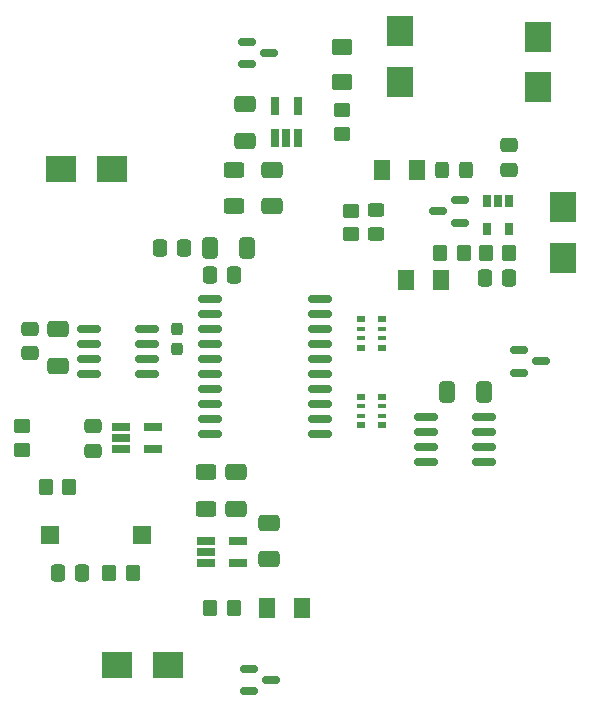
<source format=gtp>
%TF.GenerationSoftware,KiCad,Pcbnew,(6.0.1)*%
%TF.CreationDate,2022-08-06T00:30:52-06:00*%
%TF.ProjectId,main_board,6d61696e-5f62-46f6-9172-642e6b696361,1.4*%
%TF.SameCoordinates,Original*%
%TF.FileFunction,Paste,Top*%
%TF.FilePolarity,Positive*%
%FSLAX46Y46*%
G04 Gerber Fmt 4.6, Leading zero omitted, Abs format (unit mm)*
G04 Created by KiCad (PCBNEW (6.0.1)) date 2022-08-06 00:30:52*
%MOMM*%
%LPD*%
G01*
G04 APERTURE LIST*
G04 Aperture macros list*
%AMRoundRect*
0 Rectangle with rounded corners*
0 $1 Rounding radius*
0 $2 $3 $4 $5 $6 $7 $8 $9 X,Y pos of 4 corners*
0 Add a 4 corners polygon primitive as box body*
4,1,4,$2,$3,$4,$5,$6,$7,$8,$9,$2,$3,0*
0 Add four circle primitives for the rounded corners*
1,1,$1+$1,$2,$3*
1,1,$1+$1,$4,$5*
1,1,$1+$1,$6,$7*
1,1,$1+$1,$8,$9*
0 Add four rect primitives between the rounded corners*
20,1,$1+$1,$2,$3,$4,$5,0*
20,1,$1+$1,$4,$5,$6,$7,0*
20,1,$1+$1,$6,$7,$8,$9,0*
20,1,$1+$1,$8,$9,$2,$3,0*%
G04 Aperture macros list end*
%ADD10RoundRect,0.250001X-0.462499X-0.624999X0.462499X-0.624999X0.462499X0.624999X-0.462499X0.624999X0*%
%ADD11RoundRect,0.250000X-0.350000X-0.450000X0.350000X-0.450000X0.350000X0.450000X-0.350000X0.450000X0*%
%ADD12R,1.560000X0.650000*%
%ADD13R,2.500000X2.300000*%
%ADD14RoundRect,0.250000X0.350000X0.450000X-0.350000X0.450000X-0.350000X-0.450000X0.350000X-0.450000X0*%
%ADD15RoundRect,0.250000X-0.625000X0.400000X-0.625000X-0.400000X0.625000X-0.400000X0.625000X0.400000X0*%
%ADD16RoundRect,0.150000X-0.587500X-0.150000X0.587500X-0.150000X0.587500X0.150000X-0.587500X0.150000X0*%
%ADD17RoundRect,0.150000X-0.825000X-0.150000X0.825000X-0.150000X0.825000X0.150000X-0.825000X0.150000X0*%
%ADD18RoundRect,0.150000X0.587500X0.150000X-0.587500X0.150000X-0.587500X-0.150000X0.587500X-0.150000X0*%
%ADD19RoundRect,0.250001X-0.624999X0.462499X-0.624999X-0.462499X0.624999X-0.462499X0.624999X0.462499X0*%
%ADD20RoundRect,0.250000X0.337500X0.475000X-0.337500X0.475000X-0.337500X-0.475000X0.337500X-0.475000X0*%
%ADD21RoundRect,0.250000X-0.475000X0.337500X-0.475000X-0.337500X0.475000X-0.337500X0.475000X0.337500X0*%
%ADD22RoundRect,0.250000X0.625000X-0.400000X0.625000X0.400000X-0.625000X0.400000X-0.625000X-0.400000X0*%
%ADD23RoundRect,0.250000X0.650000X-0.412500X0.650000X0.412500X-0.650000X0.412500X-0.650000X-0.412500X0*%
%ADD24R,0.800000X0.500000*%
%ADD25R,0.800000X0.400000*%
%ADD26R,2.300000X2.500000*%
%ADD27RoundRect,0.250000X-0.450000X0.350000X-0.450000X-0.350000X0.450000X-0.350000X0.450000X0.350000X0*%
%ADD28R,0.700000X1.000000*%
%ADD29R,1.500000X1.500000*%
%ADD30R,0.650000X1.560000*%
%ADD31RoundRect,0.250001X0.462499X0.624999X-0.462499X0.624999X-0.462499X-0.624999X0.462499X-0.624999X0*%
%ADD32RoundRect,0.250000X0.412500X0.650000X-0.412500X0.650000X-0.412500X-0.650000X0.412500X-0.650000X0*%
%ADD33RoundRect,0.237500X0.237500X-0.300000X0.237500X0.300000X-0.237500X0.300000X-0.237500X-0.300000X0*%
%ADD34RoundRect,0.250000X-0.325000X-0.450000X0.325000X-0.450000X0.325000X0.450000X-0.325000X0.450000X0*%
%ADD35RoundRect,0.150000X-0.875000X-0.150000X0.875000X-0.150000X0.875000X0.150000X-0.875000X0.150000X0*%
%ADD36RoundRect,0.250000X0.450000X-0.325000X0.450000X0.325000X-0.450000X0.325000X-0.450000X-0.325000X0*%
%ADD37RoundRect,0.250000X-0.650000X0.412500X-0.650000X-0.412500X0.650000X-0.412500X0.650000X0.412500X0*%
%ADD38RoundRect,0.250000X0.475000X-0.337500X0.475000X0.337500X-0.475000X0.337500X-0.475000X-0.337500X0*%
%ADD39RoundRect,0.250000X-0.337500X-0.475000X0.337500X-0.475000X0.337500X0.475000X-0.337500X0.475000X0*%
G04 APERTURE END LIST*
D10*
X125317500Y-103310000D03*
X128292500Y-103310000D03*
D11*
X96885000Y-130100000D03*
X98885000Y-130100000D03*
D12*
X110442500Y-134710000D03*
X110442500Y-135660000D03*
X110442500Y-136610000D03*
X113142500Y-136610000D03*
X113142500Y-134710000D03*
D13*
X102950000Y-145200000D03*
X107250000Y-145200000D03*
D14*
X112792500Y-140410000D03*
X110792500Y-140410000D03*
D15*
X112817500Y-103275000D03*
X112817500Y-106375000D03*
D16*
X136980000Y-118560000D03*
X136980000Y-120460000D03*
X138855000Y-119510000D03*
D17*
X100517500Y-116735000D03*
X100517500Y-118005000D03*
X100517500Y-119275000D03*
X100517500Y-120545000D03*
X105467500Y-120545000D03*
X105467500Y-119275000D03*
X105467500Y-118005000D03*
X105467500Y-116735000D03*
D18*
X131955000Y-107760000D03*
X131955000Y-105860000D03*
X130080000Y-106810000D03*
D19*
X121950000Y-95862500D03*
X121950000Y-92887500D03*
D20*
X108617500Y-109910000D03*
X106542500Y-109910000D03*
D12*
X105967500Y-125060000D03*
X105967500Y-126960000D03*
X103267500Y-126960000D03*
X103267500Y-126010000D03*
X103267500Y-125060000D03*
D21*
X100900000Y-124972500D03*
X100900000Y-127047500D03*
D22*
X110442500Y-131960000D03*
X110442500Y-128860000D03*
D23*
X115817500Y-136272500D03*
X115817500Y-133147500D03*
D24*
X125367500Y-118335000D03*
D25*
X125367500Y-117535000D03*
X125367500Y-116735000D03*
D24*
X125367500Y-115935000D03*
X123567500Y-115935000D03*
D25*
X123567500Y-116735000D03*
X123567500Y-117535000D03*
D24*
X123567500Y-118335000D03*
D26*
X140667500Y-106460000D03*
X140667500Y-110760000D03*
D27*
X94900000Y-125010000D03*
X94900000Y-127010000D03*
D23*
X113750000Y-97687500D03*
X113750000Y-100812500D03*
D17*
X129042500Y-124180000D03*
X129042500Y-125450000D03*
X129042500Y-126720000D03*
X129042500Y-127990000D03*
X133992500Y-127990000D03*
X133992500Y-126720000D03*
X133992500Y-125450000D03*
X133992500Y-124180000D03*
D26*
X126900000Y-95850000D03*
X126900000Y-91550000D03*
D14*
X132267500Y-110310000D03*
X130267500Y-110310000D03*
D28*
X136117500Y-105910000D03*
X135167500Y-105910000D03*
X134217500Y-105910000D03*
X134217500Y-108310000D03*
X136117500Y-108310000D03*
D23*
X113017500Y-131972500D03*
X113017500Y-128847500D03*
D29*
X105000000Y-134200000D03*
X97200000Y-134200000D03*
D16*
X115770000Y-93375000D03*
X113895000Y-94325000D03*
X113895000Y-92425000D03*
X115937500Y-146500000D03*
X114062500Y-147450000D03*
X114062500Y-145550000D03*
D26*
X138600000Y-96300000D03*
X138600000Y-92000000D03*
D10*
X115605000Y-140410000D03*
X118580000Y-140410000D03*
D30*
X116300000Y-97900000D03*
X118200000Y-97900000D03*
X118200000Y-100600000D03*
X117250000Y-100600000D03*
X116300000Y-100600000D03*
D13*
X98150000Y-103200000D03*
X102450000Y-103200000D03*
D31*
X127412500Y-112600000D03*
X130387500Y-112600000D03*
D32*
X133980000Y-122110000D03*
X130855000Y-122110000D03*
D33*
X107992500Y-118460000D03*
X107992500Y-116735000D03*
D24*
X123567500Y-122510000D03*
D25*
X123567500Y-123310000D03*
X123567500Y-124110000D03*
D24*
X123567500Y-124910000D03*
X125367500Y-124910000D03*
D25*
X125367500Y-124110000D03*
X125367500Y-123310000D03*
D24*
X125367500Y-122510000D03*
D27*
X122717500Y-106732500D03*
X122717500Y-108732500D03*
D34*
X130442500Y-103260000D03*
X132492500Y-103260000D03*
D14*
X136117500Y-110310000D03*
X134117500Y-110310000D03*
D32*
X113892500Y-109910000D03*
X110767500Y-109910000D03*
D14*
X104250000Y-137400000D03*
X102250000Y-137400000D03*
D27*
X121950000Y-100250000D03*
X121950000Y-98250000D03*
D20*
X112842500Y-112210000D03*
X110767500Y-112210000D03*
D35*
X110767500Y-114195000D03*
X110767500Y-115465000D03*
X110767500Y-116735000D03*
X110767500Y-118005000D03*
X110767500Y-119275000D03*
X110767500Y-120545000D03*
X110767500Y-121815000D03*
X110767500Y-123085000D03*
X110767500Y-124355000D03*
X110767500Y-125625000D03*
X120067500Y-125625000D03*
X120067500Y-124355000D03*
X120067500Y-123085000D03*
X120067500Y-121815000D03*
X120067500Y-120545000D03*
X120067500Y-119275000D03*
X120067500Y-118005000D03*
X120067500Y-116735000D03*
X120067500Y-115465000D03*
X120067500Y-114195000D03*
D23*
X97917500Y-119860000D03*
X97917500Y-116735000D03*
D36*
X124817500Y-108735000D03*
X124817500Y-106685000D03*
D37*
X116017500Y-103262500D03*
X116017500Y-106387500D03*
D38*
X95567500Y-118810000D03*
X95567500Y-116735000D03*
D39*
X97912500Y-137400000D03*
X99987500Y-137400000D03*
D38*
X136117500Y-103260000D03*
X136117500Y-101185000D03*
D20*
X136117500Y-112410000D03*
X134042500Y-112410000D03*
M02*

</source>
